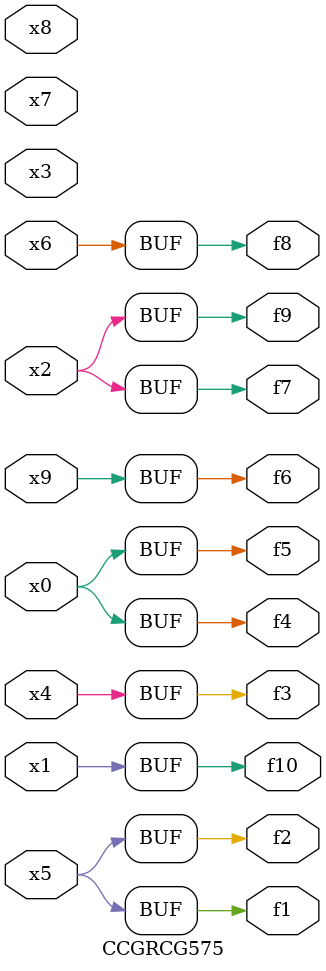
<source format=v>
module CCGRCG575(
	input x0, x1, x2, x3, x4, x5, x6, x7, x8, x9,
	output f1, f2, f3, f4, f5, f6, f7, f8, f9, f10
);
	assign f1 = x5;
	assign f2 = x5;
	assign f3 = x4;
	assign f4 = x0;
	assign f5 = x0;
	assign f6 = x9;
	assign f7 = x2;
	assign f8 = x6;
	assign f9 = x2;
	assign f10 = x1;
endmodule

</source>
